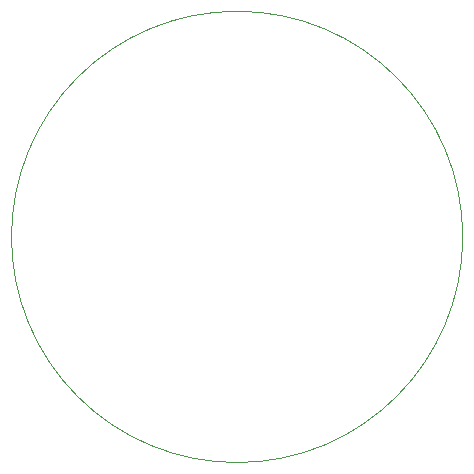
<source format=gbr>
%TF.GenerationSoftware,Altium Limited,Altium Designer,22.4.2 (48)*%
G04 Layer_Color=0*
%FSLAX26Y26*%
%MOIN*%
%TF.SameCoordinates,B812F889-C0D6-4E0A-92BC-1FC44A6A00D5*%
%TF.FilePolarity,Positive*%
%TF.FileFunction,Profile,NP*%
%TF.Part,Single*%
G01*
G75*
%TA.AperFunction,Profile*%
%ADD24C,0.001000*%
D24*
X748032Y-4133D02*
G02*
X-4133Y748032I0J752164D01*
G01*
D02*
G02*
X748032Y1500196I752164J0D01*
G01*
D02*
G02*
X1500196Y748032I0J-752164D01*
G01*
D02*
G02*
X748032Y-4133I-752164J0D01*
G01*
%TF.MD5,c79247470a247c15bc2d5d5d08e6857e*%
M02*

</source>
